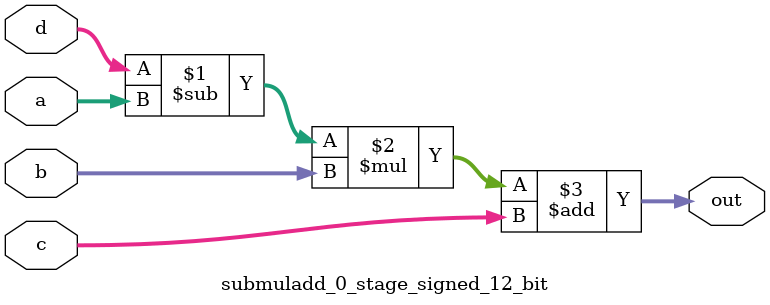
<source format=sv>
(* use_dsp = "yes" *) module submuladd_0_stage_signed_12_bit(
	input signed [11:0] a,
	input signed [11:0] b,
	input signed [11:0] c,
	input signed [11:0] d,
	output [11:0] out
	);

	assign out = ((d - a) * b) + c;
endmodule

</source>
